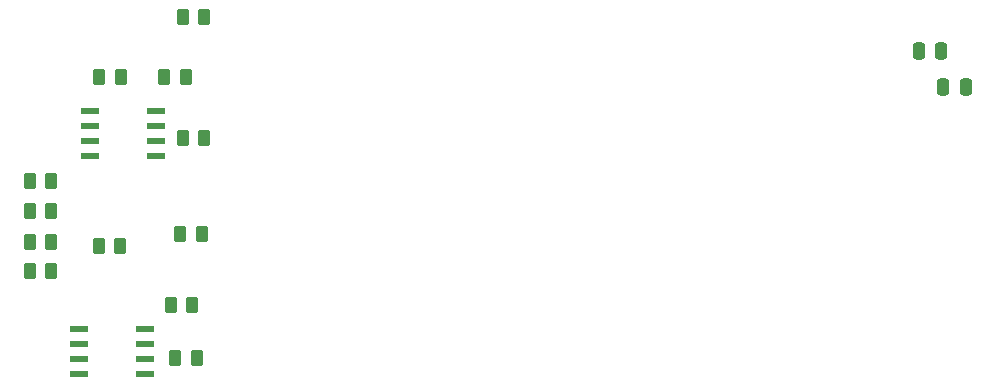
<source format=gbr>
%TF.GenerationSoftware,KiCad,Pcbnew,7.0.9*%
%TF.CreationDate,2024-05-12T00:48:34+09:00*%
%TF.ProjectId,hid taiko opeammm,68696420-7461-4696-9b6f-206f7065616d,rev?*%
%TF.SameCoordinates,Original*%
%TF.FileFunction,Paste,Bot*%
%TF.FilePolarity,Positive*%
%FSLAX46Y46*%
G04 Gerber Fmt 4.6, Leading zero omitted, Abs format (unit mm)*
G04 Created by KiCad (PCBNEW 7.0.9) date 2024-05-12 00:48:34*
%MOMM*%
%LPD*%
G01*
G04 APERTURE LIST*
G04 Aperture macros list*
%AMRoundRect*
0 Rectangle with rounded corners*
0 $1 Rounding radius*
0 $2 $3 $4 $5 $6 $7 $8 $9 X,Y pos of 4 corners*
0 Add a 4 corners polygon primitive as box body*
4,1,4,$2,$3,$4,$5,$6,$7,$8,$9,$2,$3,0*
0 Add four circle primitives for the rounded corners*
1,1,$1+$1,$2,$3*
1,1,$1+$1,$4,$5*
1,1,$1+$1,$6,$7*
1,1,$1+$1,$8,$9*
0 Add four rect primitives between the rounded corners*
20,1,$1+$1,$2,$3,$4,$5,0*
20,1,$1+$1,$4,$5,$6,$7,0*
20,1,$1+$1,$6,$7,$8,$9,0*
20,1,$1+$1,$8,$9,$2,$3,0*%
G04 Aperture macros list end*
%ADD10RoundRect,0.250000X-0.250000X-0.475000X0.250000X-0.475000X0.250000X0.475000X-0.250000X0.475000X0*%
%ADD11R,1.511300X0.558800*%
%ADD12RoundRect,0.250000X-0.262500X-0.450000X0.262500X-0.450000X0.262500X0.450000X-0.262500X0.450000X0*%
%ADD13RoundRect,0.250000X0.262500X0.450000X-0.262500X0.450000X-0.262500X-0.450000X0.262500X-0.450000X0*%
G04 APERTURE END LIST*
D10*
%TO.C,C1*%
X260537500Y-74400000D03*
X258637500Y-74400000D03*
%TD*%
%TO.C,C2*%
X258487500Y-71350000D03*
X256587500Y-71350000D03*
%TD*%
D11*
%TO.C,U4*%
X191037500Y-98750000D03*
X191037500Y-97480000D03*
X191037500Y-96210000D03*
X191037500Y-94940000D03*
X185436800Y-94940000D03*
X185436800Y-96210000D03*
X185436800Y-97480000D03*
X185436800Y-98750000D03*
%TD*%
D12*
%TO.C,R7*%
X187164900Y-73588700D03*
X188989900Y-73588700D03*
%TD*%
%TO.C,R10*%
X194025000Y-86850000D03*
X195850000Y-86850000D03*
%TD*%
%TO.C,R11*%
X194264900Y-68500000D03*
X196089900Y-68500000D03*
%TD*%
%TO.C,R1*%
X194252400Y-78688700D03*
X196077400Y-78688700D03*
%TD*%
%TO.C,R2*%
X193625000Y-97350000D03*
X195450000Y-97350000D03*
%TD*%
%TO.C,R12*%
X187153750Y-87880000D03*
X188978750Y-87880000D03*
%TD*%
%TO.C,R9*%
X181317500Y-87525000D03*
X183142500Y-87525000D03*
%TD*%
%TO.C,R5*%
X193225000Y-92850000D03*
X195050000Y-92850000D03*
%TD*%
D13*
%TO.C,R6*%
X183127500Y-84885000D03*
X181302500Y-84885000D03*
%TD*%
D12*
%TO.C,R4*%
X192664900Y-73588700D03*
X194489900Y-73588700D03*
%TD*%
D11*
%TO.C,U3*%
X186364200Y-80228700D03*
X186364200Y-78958700D03*
X186364200Y-77688700D03*
X186364200Y-76418700D03*
X191964900Y-76418700D03*
X191964900Y-77688700D03*
X191964900Y-78958700D03*
X191964900Y-80228700D03*
%TD*%
D12*
%TO.C,R8*%
X181317500Y-90025000D03*
X183142500Y-90025000D03*
%TD*%
D13*
%TO.C,R3*%
X183127500Y-82345000D03*
X181302500Y-82345000D03*
%TD*%
M02*

</source>
